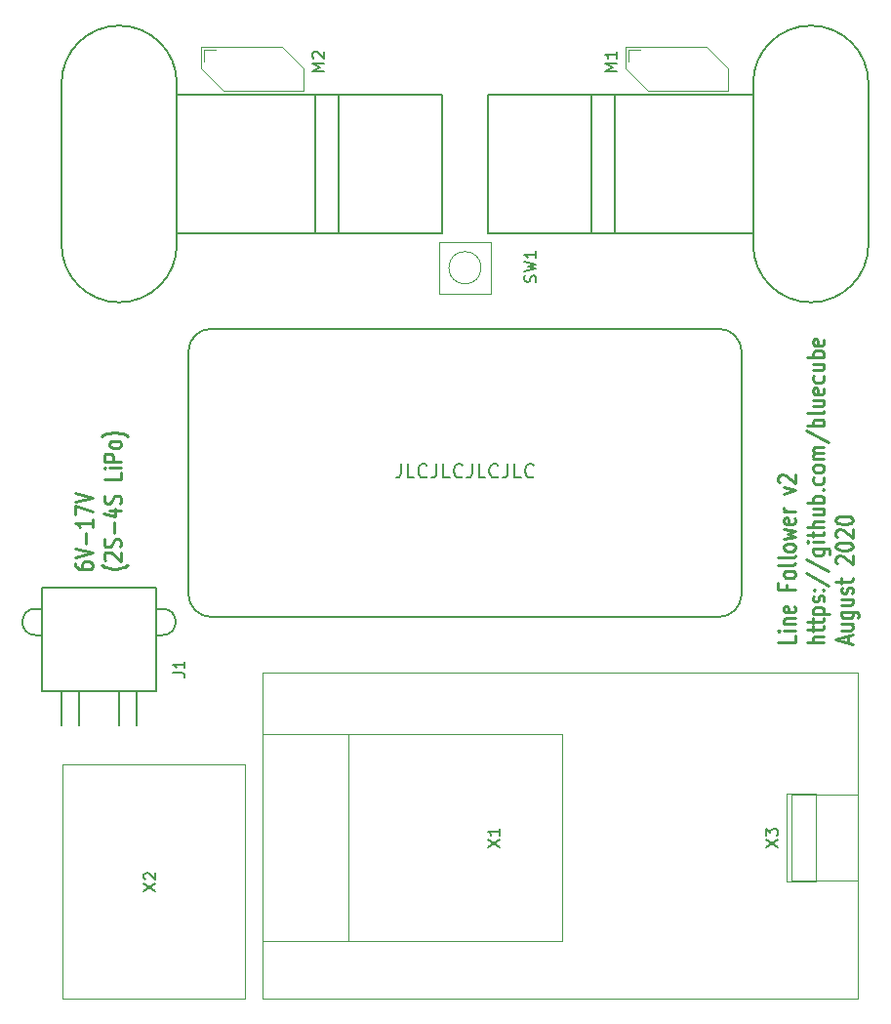
<source format=gbr>
G04 #@! TF.GenerationSoftware,KiCad,Pcbnew,5.1.6*
G04 #@! TF.CreationDate,2020-08-26T23:46:25+02:00*
G04 #@! TF.ProjectId,line_follower,6c696e65-5f66-46f6-9c6c-6f7765722e6b,rev?*
G04 #@! TF.SameCoordinates,Original*
G04 #@! TF.FileFunction,Legend,Top*
G04 #@! TF.FilePolarity,Positive*
%FSLAX46Y46*%
G04 Gerber Fmt 4.6, Leading zero omitted, Abs format (unit mm)*
G04 Created by KiCad (PCBNEW 5.1.6) date 2020-08-26 23:46:25*
%MOMM*%
%LPD*%
G01*
G04 APERTURE LIST*
%ADD10C,0.200000*%
%ADD11C,0.250000*%
%ADD12C,0.180000*%
%ADD13C,0.120000*%
%ADD14C,0.150000*%
G04 APERTURE END LIST*
D10*
X35000000Y-6999999D02*
G75*
G02*
X30000000Y-11999999I-5000000J0D01*
G01*
X35000000Y-6999999D02*
X35000000Y7000000D01*
X30000000Y12000000D02*
G75*
G02*
X35000000Y7000000I0J-5000000D01*
G01*
X25000000Y7000000D02*
X25000000Y-6999999D01*
X30000000Y-11999999D02*
G75*
G02*
X25000000Y-6999999I0J5000000D01*
G01*
X25000000Y7000000D02*
G75*
G02*
X30000000Y12000000I5000000J0D01*
G01*
X25000000Y6000000D02*
X12999999Y6000000D01*
X12999999Y6000000D02*
X10999999Y6000000D01*
X12999999Y-6000000D02*
X12999999Y6000000D01*
X10999999Y6000000D02*
X10999999Y-6000000D01*
X1999999Y-6000000D02*
X24999999Y-6000000D01*
X1999999Y6000000D02*
X1999999Y-6000000D01*
X10999999Y6000000D02*
X1999999Y6000000D01*
X-12999999Y6000000D02*
X-10999999Y6000000D01*
X-25000000Y7000000D02*
X-25000000Y-6999999D01*
X-10999999Y6000000D02*
X-1999999Y6000000D01*
X-25000000Y6000000D02*
X-12999999Y6000000D01*
X-12999999Y-6000000D02*
X-12999999Y6000000D01*
X-10999999Y6000000D02*
X-10999999Y-6000000D01*
X-35000000Y-6999999D02*
X-35000000Y7000000D01*
X-1999999Y-6000000D02*
X-24999999Y-6000000D01*
X-1999999Y6000000D02*
X-1999999Y-6000000D01*
X-25000000Y-6999999D02*
G75*
G02*
X-30000000Y-11999999I-5000000J0D01*
G01*
X-30000000Y-11999999D02*
G75*
G02*
X-35000000Y-6999999I0J5000000D01*
G01*
X-30000000Y12000000D02*
G75*
G02*
X-25000000Y7000000I0J-5000000D01*
G01*
X-35000000Y7000000D02*
G75*
G02*
X-30000000Y12000000I5000000J0D01*
G01*
D11*
X-33821428Y-34597500D02*
X-33821428Y-34826071D01*
X-33750000Y-34940357D01*
X-33678571Y-34997500D01*
X-33464285Y-35111785D01*
X-33178571Y-35168928D01*
X-32607142Y-35168928D01*
X-32464285Y-35111785D01*
X-32392857Y-35054642D01*
X-32321428Y-34940357D01*
X-32321428Y-34711785D01*
X-32392857Y-34597500D01*
X-32464285Y-34540357D01*
X-32607142Y-34483214D01*
X-32964285Y-34483214D01*
X-33107142Y-34540357D01*
X-33178571Y-34597500D01*
X-33250000Y-34711785D01*
X-33250000Y-34940357D01*
X-33178571Y-35054642D01*
X-33107142Y-35111785D01*
X-32964285Y-35168928D01*
X-33821428Y-34140357D02*
X-32321428Y-33740357D01*
X-33821428Y-33340357D01*
X-32892857Y-32940357D02*
X-32892857Y-32026071D01*
X-32321428Y-30826071D02*
X-32321428Y-31511785D01*
X-32321428Y-31168928D02*
X-33821428Y-31168928D01*
X-33607142Y-31283214D01*
X-33464285Y-31397500D01*
X-33392857Y-31511785D01*
X-33821428Y-30426071D02*
X-33821428Y-29626071D01*
X-32321428Y-30140357D01*
X-33821428Y-29340357D02*
X-32321428Y-28940357D01*
X-33821428Y-28540357D01*
X-29250000Y-34768928D02*
X-29321428Y-34826071D01*
X-29535714Y-34940357D01*
X-29678571Y-34997500D01*
X-29892857Y-35054642D01*
X-30250000Y-35111785D01*
X-30535714Y-35111785D01*
X-30892857Y-35054642D01*
X-31107142Y-34997500D01*
X-31250000Y-34940357D01*
X-31464285Y-34826071D01*
X-31535714Y-34768928D01*
X-31178571Y-34368928D02*
X-31250000Y-34311785D01*
X-31321428Y-34197500D01*
X-31321428Y-33911785D01*
X-31250000Y-33797500D01*
X-31178571Y-33740357D01*
X-31035714Y-33683214D01*
X-30892857Y-33683214D01*
X-30678571Y-33740357D01*
X-29821428Y-34426071D01*
X-29821428Y-33683214D01*
X-29892857Y-33226071D02*
X-29821428Y-33054642D01*
X-29821428Y-32768928D01*
X-29892857Y-32654642D01*
X-29964285Y-32597500D01*
X-30107142Y-32540357D01*
X-30250000Y-32540357D01*
X-30392857Y-32597500D01*
X-30464285Y-32654642D01*
X-30535714Y-32768928D01*
X-30607142Y-32997500D01*
X-30678571Y-33111785D01*
X-30750000Y-33168928D01*
X-30892857Y-33226071D01*
X-31035714Y-33226071D01*
X-31178571Y-33168928D01*
X-31250000Y-33111785D01*
X-31321428Y-32997500D01*
X-31321428Y-32711785D01*
X-31250000Y-32540357D01*
X-30392857Y-32026071D02*
X-30392857Y-31111785D01*
X-30821428Y-30026071D02*
X-29821428Y-30026071D01*
X-31392857Y-30311785D02*
X-30321428Y-30597500D01*
X-30321428Y-29854642D01*
X-29892857Y-29454642D02*
X-29821428Y-29283214D01*
X-29821428Y-28997500D01*
X-29892857Y-28883214D01*
X-29964285Y-28826071D01*
X-30107142Y-28768928D01*
X-30250000Y-28768928D01*
X-30392857Y-28826071D01*
X-30464285Y-28883214D01*
X-30535714Y-28997500D01*
X-30607142Y-29226071D01*
X-30678571Y-29340357D01*
X-30750000Y-29397500D01*
X-30892857Y-29454642D01*
X-31035714Y-29454642D01*
X-31178571Y-29397500D01*
X-31250000Y-29340357D01*
X-31321428Y-29226071D01*
X-31321428Y-28940357D01*
X-31250000Y-28768928D01*
X-29821428Y-26768928D02*
X-29821428Y-27340357D01*
X-31321428Y-27340357D01*
X-29821428Y-26368928D02*
X-30821428Y-26368928D01*
X-31321428Y-26368928D02*
X-31250000Y-26426071D01*
X-31178571Y-26368928D01*
X-31250000Y-26311785D01*
X-31321428Y-26368928D01*
X-31178571Y-26368928D01*
X-29821428Y-25797500D02*
X-31321428Y-25797500D01*
X-31321428Y-25340357D01*
X-31250000Y-25226071D01*
X-31178571Y-25168928D01*
X-31035714Y-25111785D01*
X-30821428Y-25111785D01*
X-30678571Y-25168928D01*
X-30607142Y-25226071D01*
X-30535714Y-25340357D01*
X-30535714Y-25797500D01*
X-29821428Y-24426071D02*
X-29892857Y-24540357D01*
X-29964285Y-24597500D01*
X-30107142Y-24654642D01*
X-30535714Y-24654642D01*
X-30678571Y-24597500D01*
X-30750000Y-24540357D01*
X-30821428Y-24426071D01*
X-30821428Y-24254642D01*
X-30750000Y-24140357D01*
X-30678571Y-24083214D01*
X-30535714Y-24026071D01*
X-30107142Y-24026071D01*
X-29964285Y-24083214D01*
X-29892857Y-24140357D01*
X-29821428Y-24254642D01*
X-29821428Y-24426071D01*
X-29250000Y-23626071D02*
X-29321428Y-23568928D01*
X-29535714Y-23454642D01*
X-29678571Y-23397500D01*
X-29892857Y-23340357D01*
X-30250000Y-23283214D01*
X-30535714Y-23283214D01*
X-30892857Y-23340357D01*
X-31107142Y-23397500D01*
X-31250000Y-23454642D01*
X-31464285Y-23568928D01*
X-31535714Y-23626071D01*
D10*
X22000000Y-14291502D02*
G75*
G02*
X24000000Y-16291502I0J-2000000D01*
G01*
X24000000Y-37291502D02*
X24000000Y-16291502D01*
X24000000Y-37291502D02*
G75*
G02*
X22000000Y-39291502I-2000000J0D01*
G01*
X-22000000Y-39291502D02*
X22000000Y-39291502D01*
X-22000000Y-39291502D02*
G75*
G02*
X-24000000Y-37291502I0J2000000D01*
G01*
X-24000000Y-16291502D02*
X-24000000Y-37291502D01*
X-24000000Y-16291502D02*
G75*
G02*
X-22000000Y-14291502I2000000J0D01*
G01*
X22000000Y-14291502D02*
X-22000000Y-14291502D01*
D12*
X-5542857Y-26012857D02*
X-5542857Y-26870000D01*
X-5600000Y-27041428D01*
X-5714285Y-27155714D01*
X-5885714Y-27212857D01*
X-5999999Y-27212857D01*
X-4400000Y-27212857D02*
X-4971428Y-27212857D01*
X-4971428Y-26012857D01*
X-3314285Y-27098571D02*
X-3371428Y-27155714D01*
X-3542857Y-27212857D01*
X-3657142Y-27212857D01*
X-3828571Y-27155714D01*
X-3942857Y-27041428D01*
X-3999999Y-26927142D01*
X-4057142Y-26698571D01*
X-4057142Y-26527142D01*
X-3999999Y-26298571D01*
X-3942857Y-26184285D01*
X-3828571Y-26070000D01*
X-3657142Y-26012857D01*
X-3542857Y-26012857D01*
X-3371428Y-26070000D01*
X-3314285Y-26127142D01*
X-2457142Y-26012857D02*
X-2457142Y-26870000D01*
X-2514285Y-27041428D01*
X-2628571Y-27155714D01*
X-2799999Y-27212857D01*
X-2914285Y-27212857D01*
X-1314285Y-27212857D02*
X-1885714Y-27212857D01*
X-1885714Y-26012857D01*
X-228571Y-27098571D02*
X-285714Y-27155714D01*
X-457142Y-27212857D01*
X-571428Y-27212857D01*
X-742857Y-27155714D01*
X-857142Y-27041428D01*
X-914285Y-26927142D01*
X-971428Y-26698571D01*
X-971428Y-26527142D01*
X-914285Y-26298571D01*
X-857142Y-26184285D01*
X-742857Y-26070000D01*
X-571428Y-26012857D01*
X-457142Y-26012857D01*
X-285714Y-26070000D01*
X-228571Y-26127142D01*
X628571Y-26012857D02*
X628571Y-26870000D01*
X571428Y-27041428D01*
X457142Y-27155714D01*
X285714Y-27212857D01*
X171428Y-27212857D01*
X1771428Y-27212857D02*
X1200000Y-27212857D01*
X1200000Y-26012857D01*
X2857142Y-27098571D02*
X2800000Y-27155714D01*
X2628571Y-27212857D01*
X2514285Y-27212857D01*
X2342857Y-27155714D01*
X2228571Y-27041428D01*
X2171428Y-26927142D01*
X2114285Y-26698571D01*
X2114285Y-26527142D01*
X2171428Y-26298571D01*
X2228571Y-26184285D01*
X2342857Y-26070000D01*
X2514285Y-26012857D01*
X2628571Y-26012857D01*
X2800000Y-26070000D01*
X2857142Y-26127142D01*
X3714285Y-26012857D02*
X3714285Y-26870000D01*
X3657142Y-27041428D01*
X3542857Y-27155714D01*
X3371428Y-27212857D01*
X3257142Y-27212857D01*
X4857142Y-27212857D02*
X4285714Y-27212857D01*
X4285714Y-26012857D01*
X5942857Y-27098571D02*
X5885714Y-27155714D01*
X5714285Y-27212857D01*
X5600000Y-27212857D01*
X5428571Y-27155714D01*
X5314285Y-27041428D01*
X5257142Y-26927142D01*
X5200000Y-26698571D01*
X5200000Y-26527142D01*
X5257142Y-26298571D01*
X5314285Y-26184285D01*
X5428571Y-26070000D01*
X5600000Y-26012857D01*
X5714285Y-26012857D01*
X5885714Y-26070000D01*
X5942857Y-26127142D01*
D11*
X28658571Y-40890357D02*
X28658571Y-41461785D01*
X27158571Y-41461785D01*
X28658571Y-40490357D02*
X27658571Y-40490357D01*
X27158571Y-40490357D02*
X27230000Y-40547500D01*
X27301428Y-40490357D01*
X27230000Y-40433214D01*
X27158571Y-40490357D01*
X27301428Y-40490357D01*
X27658571Y-39918928D02*
X28658571Y-39918928D01*
X27801428Y-39918928D02*
X27730000Y-39861785D01*
X27658571Y-39747500D01*
X27658571Y-39576071D01*
X27730000Y-39461785D01*
X27872857Y-39404642D01*
X28658571Y-39404642D01*
X28587142Y-38376071D02*
X28658571Y-38490357D01*
X28658571Y-38718928D01*
X28587142Y-38833214D01*
X28444285Y-38890357D01*
X27872857Y-38890357D01*
X27730000Y-38833214D01*
X27658571Y-38718928D01*
X27658571Y-38490357D01*
X27730000Y-38376071D01*
X27872857Y-38318928D01*
X28015714Y-38318928D01*
X28158571Y-38890357D01*
X27872857Y-36490357D02*
X27872857Y-36890357D01*
X28658571Y-36890357D02*
X27158571Y-36890357D01*
X27158571Y-36318928D01*
X28658571Y-35690357D02*
X28587142Y-35804642D01*
X28515714Y-35861785D01*
X28372857Y-35918928D01*
X27944285Y-35918928D01*
X27801428Y-35861785D01*
X27730000Y-35804642D01*
X27658571Y-35690357D01*
X27658571Y-35518928D01*
X27730000Y-35404642D01*
X27801428Y-35347500D01*
X27944285Y-35290357D01*
X28372857Y-35290357D01*
X28515714Y-35347500D01*
X28587142Y-35404642D01*
X28658571Y-35518928D01*
X28658571Y-35690357D01*
X28658571Y-34604642D02*
X28587142Y-34718928D01*
X28444285Y-34776071D01*
X27158571Y-34776071D01*
X28658571Y-33976071D02*
X28587142Y-34090357D01*
X28444285Y-34147500D01*
X27158571Y-34147500D01*
X28658571Y-33347500D02*
X28587142Y-33461785D01*
X28515714Y-33518928D01*
X28372857Y-33576071D01*
X27944285Y-33576071D01*
X27801428Y-33518928D01*
X27730000Y-33461785D01*
X27658571Y-33347500D01*
X27658571Y-33176071D01*
X27730000Y-33061785D01*
X27801428Y-33004642D01*
X27944285Y-32947500D01*
X28372857Y-32947500D01*
X28515714Y-33004642D01*
X28587142Y-33061785D01*
X28658571Y-33176071D01*
X28658571Y-33347500D01*
X27658571Y-32547500D02*
X28658571Y-32318928D01*
X27944285Y-32090357D01*
X28658571Y-31861785D01*
X27658571Y-31633214D01*
X28587142Y-30718928D02*
X28658571Y-30833214D01*
X28658571Y-31061785D01*
X28587142Y-31176071D01*
X28444285Y-31233214D01*
X27872857Y-31233214D01*
X27730000Y-31176071D01*
X27658571Y-31061785D01*
X27658571Y-30833214D01*
X27730000Y-30718928D01*
X27872857Y-30661785D01*
X28015714Y-30661785D01*
X28158571Y-31233214D01*
X28658571Y-30147500D02*
X27658571Y-30147500D01*
X27944285Y-30147500D02*
X27801428Y-30090357D01*
X27730000Y-30033214D01*
X27658571Y-29918928D01*
X27658571Y-29804642D01*
X27658571Y-28604642D02*
X28658571Y-28318928D01*
X27658571Y-28033214D01*
X27301428Y-27633214D02*
X27230000Y-27576071D01*
X27158571Y-27461785D01*
X27158571Y-27176071D01*
X27230000Y-27061785D01*
X27301428Y-27004642D01*
X27444285Y-26947500D01*
X27587142Y-26947500D01*
X27801428Y-27004642D01*
X28658571Y-27690357D01*
X28658571Y-26947500D01*
X31158571Y-41461785D02*
X29658571Y-41461785D01*
X31158571Y-40947500D02*
X30372857Y-40947500D01*
X30230000Y-41004642D01*
X30158571Y-41118928D01*
X30158571Y-41290357D01*
X30230000Y-41404642D01*
X30301428Y-41461785D01*
X30158571Y-40547500D02*
X30158571Y-40090357D01*
X29658571Y-40376071D02*
X30944285Y-40376071D01*
X31087142Y-40318928D01*
X31158571Y-40204642D01*
X31158571Y-40090357D01*
X30158571Y-39861785D02*
X30158571Y-39404642D01*
X29658571Y-39690357D02*
X30944285Y-39690357D01*
X31087142Y-39633214D01*
X31158571Y-39518928D01*
X31158571Y-39404642D01*
X30158571Y-39004642D02*
X31658571Y-39004642D01*
X30230000Y-39004642D02*
X30158571Y-38890357D01*
X30158571Y-38661785D01*
X30230000Y-38547500D01*
X30301428Y-38490357D01*
X30444285Y-38433214D01*
X30872857Y-38433214D01*
X31015714Y-38490357D01*
X31087142Y-38547500D01*
X31158571Y-38661785D01*
X31158571Y-38890357D01*
X31087142Y-39004642D01*
X31087142Y-37976071D02*
X31158571Y-37861785D01*
X31158571Y-37633214D01*
X31087142Y-37518928D01*
X30944285Y-37461785D01*
X30872857Y-37461785D01*
X30730000Y-37518928D01*
X30658571Y-37633214D01*
X30658571Y-37804642D01*
X30587142Y-37918928D01*
X30444285Y-37976071D01*
X30372857Y-37976071D01*
X30230000Y-37918928D01*
X30158571Y-37804642D01*
X30158571Y-37633214D01*
X30230000Y-37518928D01*
X31015714Y-36947500D02*
X31087142Y-36890357D01*
X31158571Y-36947500D01*
X31087142Y-37004642D01*
X31015714Y-36947500D01*
X31158571Y-36947500D01*
X30230000Y-36947500D02*
X30301428Y-36890357D01*
X30372857Y-36947500D01*
X30301428Y-37004642D01*
X30230000Y-36947500D01*
X30372857Y-36947500D01*
X29587142Y-35518928D02*
X31515714Y-36547500D01*
X29587142Y-34261785D02*
X31515714Y-35290357D01*
X30158571Y-33347500D02*
X31372857Y-33347500D01*
X31515714Y-33404642D01*
X31587142Y-33461785D01*
X31658571Y-33576071D01*
X31658571Y-33747500D01*
X31587142Y-33861785D01*
X31087142Y-33347500D02*
X31158571Y-33461785D01*
X31158571Y-33690357D01*
X31087142Y-33804642D01*
X31015714Y-33861785D01*
X30872857Y-33918928D01*
X30444285Y-33918928D01*
X30301428Y-33861785D01*
X30230000Y-33804642D01*
X30158571Y-33690357D01*
X30158571Y-33461785D01*
X30230000Y-33347500D01*
X31158571Y-32776071D02*
X30158571Y-32776071D01*
X29658571Y-32776071D02*
X29730000Y-32833214D01*
X29801428Y-32776071D01*
X29730000Y-32718928D01*
X29658571Y-32776071D01*
X29801428Y-32776071D01*
X30158571Y-32376071D02*
X30158571Y-31918928D01*
X29658571Y-32204642D02*
X30944285Y-32204642D01*
X31087142Y-32147500D01*
X31158571Y-32033214D01*
X31158571Y-31918928D01*
X31158571Y-31518928D02*
X29658571Y-31518928D01*
X31158571Y-31004642D02*
X30372857Y-31004642D01*
X30230000Y-31061785D01*
X30158571Y-31176071D01*
X30158571Y-31347500D01*
X30230000Y-31461785D01*
X30301428Y-31518928D01*
X30158571Y-29918928D02*
X31158571Y-29918928D01*
X30158571Y-30433214D02*
X30944285Y-30433214D01*
X31087142Y-30376071D01*
X31158571Y-30261785D01*
X31158571Y-30090357D01*
X31087142Y-29976071D01*
X31015714Y-29918928D01*
X31158571Y-29347500D02*
X29658571Y-29347500D01*
X30230000Y-29347500D02*
X30158571Y-29233214D01*
X30158571Y-29004642D01*
X30230000Y-28890357D01*
X30301428Y-28833214D01*
X30444285Y-28776071D01*
X30872857Y-28776071D01*
X31015714Y-28833214D01*
X31087142Y-28890357D01*
X31158571Y-29004642D01*
X31158571Y-29233214D01*
X31087142Y-29347500D01*
X31015714Y-28261785D02*
X31087142Y-28204642D01*
X31158571Y-28261785D01*
X31087142Y-28318928D01*
X31015714Y-28261785D01*
X31158571Y-28261785D01*
X31087142Y-27176071D02*
X31158571Y-27290357D01*
X31158571Y-27518928D01*
X31087142Y-27633214D01*
X31015714Y-27690357D01*
X30872857Y-27747500D01*
X30444285Y-27747500D01*
X30301428Y-27690357D01*
X30230000Y-27633214D01*
X30158571Y-27518928D01*
X30158571Y-27290357D01*
X30230000Y-27176071D01*
X31158571Y-26490357D02*
X31087142Y-26604642D01*
X31015714Y-26661785D01*
X30872857Y-26718928D01*
X30444285Y-26718928D01*
X30301428Y-26661785D01*
X30230000Y-26604642D01*
X30158571Y-26490357D01*
X30158571Y-26318928D01*
X30230000Y-26204642D01*
X30301428Y-26147500D01*
X30444285Y-26090357D01*
X30872857Y-26090357D01*
X31015714Y-26147500D01*
X31087142Y-26204642D01*
X31158571Y-26318928D01*
X31158571Y-26490357D01*
X31158571Y-25576071D02*
X30158571Y-25576071D01*
X30301428Y-25576071D02*
X30230000Y-25518928D01*
X30158571Y-25404642D01*
X30158571Y-25233214D01*
X30230000Y-25118928D01*
X30372857Y-25061785D01*
X31158571Y-25061785D01*
X30372857Y-25061785D02*
X30230000Y-25004642D01*
X30158571Y-24890357D01*
X30158571Y-24718928D01*
X30230000Y-24604642D01*
X30372857Y-24547500D01*
X31158571Y-24547500D01*
X29587142Y-23118928D02*
X31515714Y-24147500D01*
X31158571Y-22718928D02*
X29658571Y-22718928D01*
X30230000Y-22718928D02*
X30158571Y-22604642D01*
X30158571Y-22376071D01*
X30230000Y-22261785D01*
X30301428Y-22204642D01*
X30444285Y-22147500D01*
X30872857Y-22147500D01*
X31015714Y-22204642D01*
X31087142Y-22261785D01*
X31158571Y-22376071D01*
X31158571Y-22604642D01*
X31087142Y-22718928D01*
X31158571Y-21461785D02*
X31087142Y-21576071D01*
X30944285Y-21633214D01*
X29658571Y-21633214D01*
X30158571Y-20490357D02*
X31158571Y-20490357D01*
X30158571Y-21004642D02*
X30944285Y-21004642D01*
X31087142Y-20947500D01*
X31158571Y-20833214D01*
X31158571Y-20661785D01*
X31087142Y-20547500D01*
X31015714Y-20490357D01*
X31087142Y-19461785D02*
X31158571Y-19576071D01*
X31158571Y-19804642D01*
X31087142Y-19918928D01*
X30944285Y-19976071D01*
X30372857Y-19976071D01*
X30230000Y-19918928D01*
X30158571Y-19804642D01*
X30158571Y-19576071D01*
X30230000Y-19461785D01*
X30372857Y-19404642D01*
X30515714Y-19404642D01*
X30658571Y-19976071D01*
X31087142Y-18376071D02*
X31158571Y-18490357D01*
X31158571Y-18718928D01*
X31087142Y-18833214D01*
X31015714Y-18890357D01*
X30872857Y-18947500D01*
X30444285Y-18947500D01*
X30301428Y-18890357D01*
X30230000Y-18833214D01*
X30158571Y-18718928D01*
X30158571Y-18490357D01*
X30230000Y-18376071D01*
X30158571Y-17347500D02*
X31158571Y-17347500D01*
X30158571Y-17861785D02*
X30944285Y-17861785D01*
X31087142Y-17804642D01*
X31158571Y-17690357D01*
X31158571Y-17518928D01*
X31087142Y-17404642D01*
X31015714Y-17347500D01*
X31158571Y-16776071D02*
X29658571Y-16776071D01*
X30230000Y-16776071D02*
X30158571Y-16661785D01*
X30158571Y-16433214D01*
X30230000Y-16318928D01*
X30301428Y-16261785D01*
X30444285Y-16204642D01*
X30872857Y-16204642D01*
X31015714Y-16261785D01*
X31087142Y-16318928D01*
X31158571Y-16433214D01*
X31158571Y-16661785D01*
X31087142Y-16776071D01*
X31087142Y-15233214D02*
X31158571Y-15347499D01*
X31158571Y-15576071D01*
X31087142Y-15690357D01*
X30944285Y-15747499D01*
X30372857Y-15747499D01*
X30230000Y-15690357D01*
X30158571Y-15576071D01*
X30158571Y-15347499D01*
X30230000Y-15233214D01*
X30372857Y-15176071D01*
X30515714Y-15176071D01*
X30658571Y-15747499D01*
X33230000Y-41518928D02*
X33230000Y-40947500D01*
X33658571Y-41633214D02*
X32158571Y-41233214D01*
X33658571Y-40833214D01*
X32658571Y-39918928D02*
X33658571Y-39918928D01*
X32658571Y-40433214D02*
X33444285Y-40433214D01*
X33587142Y-40376071D01*
X33658571Y-40261785D01*
X33658571Y-40090357D01*
X33587142Y-39976071D01*
X33515714Y-39918928D01*
X32658571Y-38833214D02*
X33872857Y-38833214D01*
X34015714Y-38890357D01*
X34087142Y-38947500D01*
X34158571Y-39061785D01*
X34158571Y-39233214D01*
X34087142Y-39347500D01*
X33587142Y-38833214D02*
X33658571Y-38947500D01*
X33658571Y-39176071D01*
X33587142Y-39290357D01*
X33515714Y-39347500D01*
X33372857Y-39404642D01*
X32944285Y-39404642D01*
X32801428Y-39347500D01*
X32730000Y-39290357D01*
X32658571Y-39176071D01*
X32658571Y-38947500D01*
X32730000Y-38833214D01*
X32658571Y-37747500D02*
X33658571Y-37747500D01*
X32658571Y-38261785D02*
X33444285Y-38261785D01*
X33587142Y-38204642D01*
X33658571Y-38090357D01*
X33658571Y-37918928D01*
X33587142Y-37804642D01*
X33515714Y-37747500D01*
X33587142Y-37233214D02*
X33658571Y-37118928D01*
X33658571Y-36890357D01*
X33587142Y-36776071D01*
X33444285Y-36718928D01*
X33372857Y-36718928D01*
X33230000Y-36776071D01*
X33158571Y-36890357D01*
X33158571Y-37061785D01*
X33087142Y-37176071D01*
X32944285Y-37233214D01*
X32872857Y-37233214D01*
X32730000Y-37176071D01*
X32658571Y-37061785D01*
X32658571Y-36890357D01*
X32730000Y-36776071D01*
X32658571Y-36376071D02*
X32658571Y-35918928D01*
X32158571Y-36204642D02*
X33444285Y-36204642D01*
X33587142Y-36147500D01*
X33658571Y-36033214D01*
X33658571Y-35918928D01*
X32301428Y-34661785D02*
X32230000Y-34604642D01*
X32158571Y-34490357D01*
X32158571Y-34204642D01*
X32230000Y-34090357D01*
X32301428Y-34033214D01*
X32444285Y-33976071D01*
X32587142Y-33976071D01*
X32801428Y-34033214D01*
X33658571Y-34718928D01*
X33658571Y-33976071D01*
X32158571Y-33233214D02*
X32158571Y-33118928D01*
X32230000Y-33004642D01*
X32301428Y-32947500D01*
X32444285Y-32890357D01*
X32730000Y-32833214D01*
X33087142Y-32833214D01*
X33372857Y-32890357D01*
X33515714Y-32947500D01*
X33587142Y-33004642D01*
X33658571Y-33118928D01*
X33658571Y-33233214D01*
X33587142Y-33347500D01*
X33515714Y-33404642D01*
X33372857Y-33461785D01*
X33087142Y-33518928D01*
X32730000Y-33518928D01*
X32444285Y-33461785D01*
X32301428Y-33404642D01*
X32230000Y-33347500D01*
X32158571Y-33233214D01*
X32301428Y-32376071D02*
X32230000Y-32318928D01*
X32158571Y-32204642D01*
X32158571Y-31918928D01*
X32230000Y-31804642D01*
X32301428Y-31747500D01*
X32444285Y-31690357D01*
X32587142Y-31690357D01*
X32801428Y-31747500D01*
X33658571Y-32433214D01*
X33658571Y-31690357D01*
X32158571Y-30947500D02*
X32158571Y-30833214D01*
X32230000Y-30718928D01*
X32301428Y-30661785D01*
X32444285Y-30604642D01*
X32730000Y-30547500D01*
X33087142Y-30547500D01*
X33372857Y-30604642D01*
X33515714Y-30661785D01*
X33587142Y-30718928D01*
X33658571Y-30833214D01*
X33658571Y-30947500D01*
X33587142Y-31061785D01*
X33515714Y-31118928D01*
X33372857Y-31176071D01*
X33087142Y-31233214D01*
X32730000Y-31233214D01*
X32444285Y-31176071D01*
X32301428Y-31118928D01*
X32230000Y-31061785D01*
X32158571Y-30947500D01*
D13*
X-22606000Y9906000D02*
X-21590000Y9906000D01*
X-22606000Y8890000D02*
X-22606000Y9906000D01*
X-13970000Y6350000D02*
X-20955000Y6350000D01*
X-13970000Y8255000D02*
X-13970000Y6350000D01*
X-15875000Y10160000D02*
X-13970000Y8255000D01*
X-22860000Y10160000D02*
X-15875000Y10160000D01*
X-22860000Y8255000D02*
X-20955000Y6350000D01*
X-22860000Y10160000D02*
X-22860000Y8255000D01*
X14224000Y9906000D02*
X15240000Y9906000D01*
X14224000Y8890000D02*
X14224000Y9906000D01*
X22860000Y6350000D02*
X15875000Y6350000D01*
X22860000Y8255000D02*
X22860000Y6350000D01*
X20955000Y10160000D02*
X22860000Y8255000D01*
X13970000Y10160000D02*
X20955000Y10160000D01*
X13970000Y8255000D02*
X15875000Y6350000D01*
X13970000Y10160000D02*
X13970000Y8255000D01*
X2250000Y-11250000D02*
X2250000Y-6750000D01*
X2250000Y-6750000D02*
X-2250000Y-6750000D01*
X-2250000Y-6750000D02*
X-2250000Y-11250000D01*
X-2250000Y-11250000D02*
X2250000Y-11250000D01*
X1400000Y-9000000D02*
G75*
G03*
X1400000Y-9000000I-1400000J0D01*
G01*
X27940000Y-62230000D02*
X30480000Y-62230000D01*
X30480000Y-62230000D02*
X30480000Y-54610000D01*
X30480000Y-54610000D02*
X27940000Y-54610000D01*
X27940000Y-54610000D02*
X27940000Y-62230000D01*
X-34925000Y-72390000D02*
X-19050000Y-72390000D01*
X-34925000Y-52070000D02*
X-34925000Y-72390000D01*
X-19050000Y-52070000D02*
X-34925000Y-52070000D01*
X-19050000Y-72390000D02*
X-19050000Y-52070000D01*
X-17550000Y-44120000D02*
X-17550000Y-72420000D01*
X-17550000Y-72420000D02*
X34050000Y-72420000D01*
X34050000Y-72420000D02*
X34050000Y-44120000D01*
X34050000Y-44120000D02*
X-17550000Y-44120000D01*
X34050000Y-54720000D02*
X28350000Y-54720000D01*
X28350000Y-54720000D02*
X28350000Y-62120000D01*
X28350000Y-62120000D02*
X34050000Y-62120000D01*
X-17550000Y-49420000D02*
X8450000Y-49420000D01*
X8450000Y-49420000D02*
X8450000Y-67420000D01*
X8450000Y-67420000D02*
X-17550000Y-67420000D01*
X-10150000Y-49420000D02*
X-10150000Y-67420000D01*
D10*
X-34999999Y-48720000D02*
X-35000000Y-45720000D01*
X-33499999Y-45720000D02*
X-33499999Y-48720000D01*
X-30000001Y-48720000D02*
X-30000001Y-45720000D01*
X-28500000Y-45720000D02*
X-28500000Y-48720000D01*
X-26250000Y-38570001D02*
X-26800000Y-38570001D01*
X-37250000Y-38570001D02*
X-36700000Y-38570001D01*
X-37250000Y-40870000D02*
X-36700000Y-40870000D01*
X-26250000Y-40870000D02*
X-26800000Y-40870001D01*
X-36700000Y-36720000D02*
X-26800000Y-36720000D01*
X-26800000Y-45720000D02*
X-36700000Y-45720000D01*
X-36700000Y-36720000D02*
X-36700000Y-45720000D01*
X-26800000Y-36720000D02*
X-26800000Y-45720000D01*
X-26250000Y-38570000D02*
G75*
G02*
X-26250000Y-40870000I0J-1150000D01*
G01*
X-37250000Y-40870000D02*
G75*
G02*
X-37250000Y-38570000I0J1150000D01*
G01*
D14*
X-12247619Y8080476D02*
X-13247619Y8080476D01*
X-12533333Y8413809D01*
X-13247619Y8747142D01*
X-12247619Y8747142D01*
X-13152380Y9175714D02*
X-13200000Y9223333D01*
X-13247619Y9318571D01*
X-13247619Y9556666D01*
X-13200000Y9651904D01*
X-13152380Y9699523D01*
X-13057142Y9747142D01*
X-12961904Y9747142D01*
X-12819047Y9699523D01*
X-12247619Y9128095D01*
X-12247619Y9747142D01*
X13152380Y8080476D02*
X12152380Y8080476D01*
X12866666Y8413809D01*
X12152380Y8747142D01*
X13152380Y8747142D01*
X13152380Y9747142D02*
X13152380Y9175714D01*
X13152380Y9461428D02*
X12152380Y9461428D01*
X12295238Y9366190D01*
X12390476Y9270952D01*
X12438095Y9175714D01*
X6119761Y-10223333D02*
X6167380Y-10080476D01*
X6167380Y-9842380D01*
X6119761Y-9747142D01*
X6072142Y-9699523D01*
X5976904Y-9651904D01*
X5881666Y-9651904D01*
X5786428Y-9699523D01*
X5738809Y-9747142D01*
X5691190Y-9842380D01*
X5643571Y-10032857D01*
X5595952Y-10128095D01*
X5548333Y-10175714D01*
X5453095Y-10223333D01*
X5357857Y-10223333D01*
X5262619Y-10175714D01*
X5215000Y-10128095D01*
X5167380Y-10032857D01*
X5167380Y-9794761D01*
X5215000Y-9651904D01*
X5167380Y-9318571D02*
X6167380Y-9080476D01*
X5453095Y-8890000D01*
X6167380Y-8699523D01*
X5167380Y-8461428D01*
X6167380Y-7556666D02*
X6167380Y-8128095D01*
X6167380Y-7842380D02*
X5167380Y-7842380D01*
X5310238Y-7937619D01*
X5405476Y-8032857D01*
X5453095Y-8128095D01*
X26122380Y-59229523D02*
X27122380Y-58562857D01*
X26122380Y-58562857D02*
X27122380Y-59229523D01*
X26122380Y-58277142D02*
X26122380Y-57658095D01*
X26503333Y-57991428D01*
X26503333Y-57848571D01*
X26550952Y-57753333D01*
X26598571Y-57705714D01*
X26693809Y-57658095D01*
X26931904Y-57658095D01*
X27027142Y-57705714D01*
X27074761Y-57753333D01*
X27122380Y-57848571D01*
X27122380Y-58134285D01*
X27074761Y-58229523D01*
X27027142Y-58277142D01*
X-27852619Y-63039523D02*
X-26852619Y-62372857D01*
X-27852619Y-62372857D02*
X-26852619Y-63039523D01*
X-27757380Y-62039523D02*
X-27805000Y-61991904D01*
X-27852619Y-61896666D01*
X-27852619Y-61658571D01*
X-27805000Y-61563333D01*
X-27757380Y-61515714D01*
X-27662142Y-61468095D01*
X-27566904Y-61468095D01*
X-27424047Y-61515714D01*
X-26852619Y-62087142D01*
X-26852619Y-61468095D01*
X1992380Y-59229523D02*
X2992380Y-58562857D01*
X1992380Y-58562857D02*
X2992380Y-59229523D01*
X2992380Y-57658095D02*
X2992380Y-58229523D01*
X2992380Y-57943809D02*
X1992380Y-57943809D01*
X2135238Y-58039047D01*
X2230476Y-58134285D01*
X2278095Y-58229523D01*
X-25312619Y-44148333D02*
X-24598333Y-44148333D01*
X-24455476Y-44195952D01*
X-24360238Y-44291190D01*
X-24312619Y-44434047D01*
X-24312619Y-44529285D01*
X-24312619Y-43148333D02*
X-24312619Y-43719761D01*
X-24312619Y-43434047D02*
X-25312619Y-43434047D01*
X-25169761Y-43529285D01*
X-25074523Y-43624523D01*
X-25026904Y-43719761D01*
M02*

</source>
